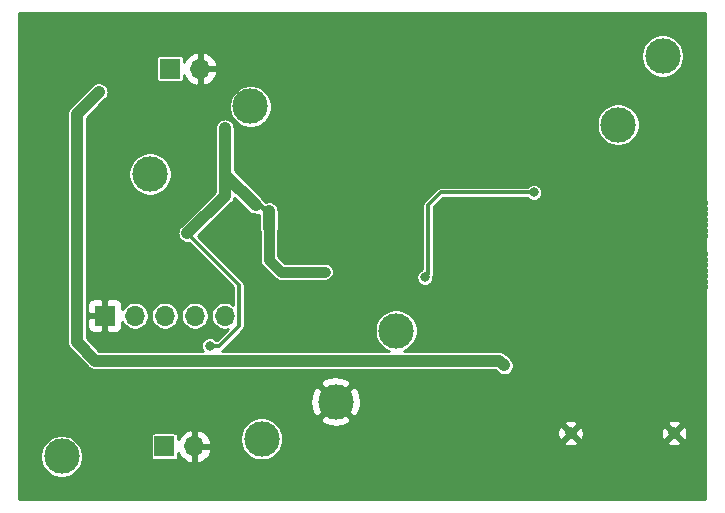
<source format=gbr>
%TF.GenerationSoftware,KiCad,Pcbnew,(5.1.8)-1*%
%TF.CreationDate,2021-01-16T00:45:47+01:00*%
%TF.ProjectId,Ka-band-Mixer,4b612d62-616e-4642-9d4d-697865722e6b,rev?*%
%TF.SameCoordinates,Original*%
%TF.FileFunction,Copper,L3,Inr*%
%TF.FilePolarity,Positive*%
%FSLAX46Y46*%
G04 Gerber Fmt 4.6, Leading zero omitted, Abs format (unit mm)*
G04 Created by KiCad (PCBNEW (5.1.8)-1) date 2021-01-16 00:45:47*
%MOMM*%
%LPD*%
G01*
G04 APERTURE LIST*
%TA.AperFunction,ComponentPad*%
%ADD10O,1.700000X1.700000*%
%TD*%
%TA.AperFunction,ComponentPad*%
%ADD11R,1.700000X1.700000*%
%TD*%
%TA.AperFunction,ComponentPad*%
%ADD12C,0.970000*%
%TD*%
%TA.AperFunction,ComponentPad*%
%ADD13C,0.600000*%
%TD*%
%TA.AperFunction,ComponentPad*%
%ADD14C,2.200000*%
%TD*%
%TA.AperFunction,ComponentPad*%
%ADD15C,0.500000*%
%TD*%
%TA.AperFunction,ComponentPad*%
%ADD16C,3.000000*%
%TD*%
%TA.AperFunction,ComponentPad*%
%ADD17C,0.800000*%
%TD*%
%TA.AperFunction,ViaPad*%
%ADD18C,3.000000*%
%TD*%
%TA.AperFunction,ViaPad*%
%ADD19C,0.800000*%
%TD*%
%TA.AperFunction,ViaPad*%
%ADD20C,0.600000*%
%TD*%
%TA.AperFunction,ViaPad*%
%ADD21C,0.500000*%
%TD*%
%TA.AperFunction,Conductor*%
%ADD22C,1.000000*%
%TD*%
%TA.AperFunction,Conductor*%
%ADD23C,0.300000*%
%TD*%
%TA.AperFunction,Conductor*%
%ADD24C,0.900000*%
%TD*%
%TA.AperFunction,Conductor*%
%ADD25C,0.440000*%
%TD*%
%TA.AperFunction,Conductor*%
%ADD26C,0.254000*%
%TD*%
%TA.AperFunction,Conductor*%
%ADD27C,0.100000*%
%TD*%
G04 APERTURE END LIST*
D10*
%TO.N,Net-(J1-Pad5)*%
%TO.C,J1*%
X107065000Y-105930000D03*
%TO.N,Net-(J1-Pad4)*%
X104525000Y-105930000D03*
%TO.N,Net-(J1-Pad3)*%
X101985000Y-105930000D03*
%TO.N,Net-(J1-Pad2)*%
X99445000Y-105930000D03*
D11*
%TO.N,0*%
X96905000Y-105930000D03*
%TD*%
D10*
%TO.N,0*%
%TO.C,J3*%
X104978200Y-85005600D03*
D11*
%TO.N,+6V*%
X102438200Y-85005600D03*
%TD*%
D10*
%TO.N,0*%
%TO.C,J2*%
X104500000Y-116995000D03*
D11*
%TO.N,+12V*%
X101960000Y-116995000D03*
%TD*%
D12*
%TO.N,0*%
%TO.C,J5*%
X145108440Y-115870420D03*
X136348440Y-115870420D03*
%TD*%
D13*
%TO.N,0*%
%TO.C,J4*%
X143010000Y-98745001D03*
X143010000Y-99215001D03*
X143480000Y-98745001D03*
X143480000Y-99215001D03*
X143950000Y-98745001D03*
X143950000Y-99215001D03*
X144420000Y-98745001D03*
X144420000Y-99215001D03*
X144890000Y-98745001D03*
X144890000Y-99215001D03*
X145360000Y-98745001D03*
X145360000Y-99215001D03*
X145830000Y-98275001D03*
X145830000Y-98745001D03*
X145830000Y-99215001D03*
X146300000Y-97805001D03*
X146300000Y-98275001D03*
X146300000Y-98745001D03*
X146300000Y-99215001D03*
X146770000Y-97335001D03*
X146770000Y-97805001D03*
X146770000Y-98275001D03*
X146770000Y-98745001D03*
X146770000Y-99215001D03*
X147240000Y-96865001D03*
X147240000Y-97335001D03*
X147240000Y-97805001D03*
X147240000Y-98275001D03*
X147240000Y-98745001D03*
X147240000Y-99215001D03*
X147710000Y-99215001D03*
X147710000Y-98745001D03*
X147710000Y-98275001D03*
X147710000Y-97805001D03*
X147710000Y-97335001D03*
X147710000Y-96865001D03*
X143010000Y-100710001D03*
X143010000Y-101180001D03*
X143480000Y-100710001D03*
X143480000Y-101180001D03*
X143950000Y-100710001D03*
X143950000Y-101180001D03*
X144420000Y-100710001D03*
X144420000Y-101180001D03*
X144890000Y-100710001D03*
X144890000Y-101180001D03*
X145360000Y-100710001D03*
X145360000Y-101180001D03*
X145830000Y-100710001D03*
X145830000Y-101180001D03*
X145830000Y-101650001D03*
X146300000Y-100710001D03*
X146300000Y-101180001D03*
X146300000Y-101650001D03*
X146300000Y-102120001D03*
X146770000Y-100710001D03*
X146770000Y-101180001D03*
X146770000Y-101650001D03*
X146770000Y-102120001D03*
X146770000Y-102590001D03*
X147240000Y-100710001D03*
X147240000Y-101180001D03*
X147240000Y-101650001D03*
X147240000Y-102120001D03*
X147240000Y-102590001D03*
X147240000Y-103060001D03*
X147710000Y-100710001D03*
X147710000Y-101180001D03*
X147710000Y-101650001D03*
X147710000Y-102120001D03*
X147710000Y-102590001D03*
X147710000Y-103060001D03*
X147710000Y-103530001D03*
X147710000Y-96395001D03*
D14*
X145530000Y-95205001D03*
X145530000Y-104720001D03*
%TD*%
D15*
%TO.N,0*%
%TO.C,U6*%
X134735000Y-101715000D03*
X133235000Y-101715000D03*
X132735000Y-101215000D03*
X133735000Y-101215000D03*
X134735000Y-101215000D03*
X135235000Y-100715000D03*
X134235000Y-100715000D03*
X133235000Y-100715000D03*
X132735000Y-100215000D03*
X133735000Y-100215000D03*
X134735000Y-100215000D03*
X134235000Y-99715000D03*
X133235000Y-99715000D03*
X134735000Y-99215000D03*
X135235000Y-99215000D03*
X133735000Y-99215000D03*
X132735000Y-99215000D03*
X132735000Y-98715000D03*
%TD*%
D16*
%TO.N,0*%
%TO.C,TP2*%
X116450000Y-113200000D03*
%TD*%
D15*
%TO.N,0*%
%TO.C,U7*%
X141230000Y-99460000D03*
X141230000Y-100460000D03*
X140230000Y-100460000D03*
X140230000Y-99460000D03*
X141580000Y-99110000D03*
X141580000Y-100810000D03*
X139880000Y-100810000D03*
X139880000Y-99110000D03*
X141230000Y-99960000D03*
X140730000Y-100460000D03*
X140730000Y-99460000D03*
X140230000Y-99960000D03*
X140730000Y-99960000D03*
%TD*%
D17*
%TO.N,0*%
%TO.C,U1*%
X109585000Y-100195000D03*
X109585000Y-97695000D03*
X107085000Y-97695000D03*
X107085000Y-100195000D03*
X107085000Y-98945000D03*
X108335000Y-97695000D03*
X109585000Y-98945000D03*
X108335000Y-100195000D03*
X108335000Y-98945000D03*
%TD*%
D16*
%TO.N,+3V3*%
%TO.C,TP6*%
X109235000Y-88215000D03*
%TD*%
%TO.N,+5VD*%
%TO.C,TP5*%
X121574560Y-107199080D03*
%TD*%
%TO.N,+5VA*%
%TO.C,TP4*%
X140370000Y-89760000D03*
%TD*%
%TO.N,+9V*%
%TO.C,TP3*%
X110180120Y-116363400D03*
%TD*%
%TO.N,Net-(R2-Pad1)*%
%TO.C,TP1*%
X100736400Y-93935200D03*
%TD*%
D18*
%TO.N,*%
X144130000Y-83940000D03*
X93250000Y-117850000D03*
D19*
%TO.N,+3V3*%
X115535000Y-102215000D03*
X107065000Y-90055000D03*
X103890000Y-98945000D03*
X105795000Y-108455000D03*
%TO.N,CPout*%
X133235000Y-95480001D03*
X124010000Y-102680001D03*
%TO.N,0*%
X113010000Y-92680001D03*
D20*
X142760000Y-101680001D03*
X140670000Y-97800000D03*
X141140000Y-97800000D03*
D19*
X145108440Y-119080000D03*
X136348440Y-119080000D03*
D20*
X138790000Y-100705001D03*
X138790000Y-99210000D03*
X130100000Y-98760000D03*
X129630000Y-98760000D03*
X129160000Y-98760000D03*
D21*
X136085000Y-103250000D03*
X135285000Y-104000000D03*
D20*
X136900000Y-99210000D03*
X136910000Y-100705001D03*
X137380000Y-100705001D03*
X136910000Y-101175001D03*
X137380000Y-101175001D03*
X137850000Y-101175001D03*
X137850000Y-100705001D03*
X137840000Y-99210000D03*
X137370000Y-99210000D03*
X137840000Y-98740000D03*
X137370000Y-98740000D03*
X136900000Y-98740000D03*
X138320000Y-101175001D03*
X138320000Y-100705001D03*
X138310000Y-99210000D03*
X138310000Y-98740000D03*
X138790000Y-101175001D03*
X138790000Y-98740000D03*
X140000000Y-102450000D03*
X140000000Y-102920000D03*
X140000000Y-103390000D03*
X140000000Y-103860000D03*
X140000000Y-104330000D03*
X140000000Y-104800000D03*
X140000000Y-105270000D03*
X140000000Y-105740000D03*
X140000000Y-106210000D03*
X140000000Y-106680000D03*
X140000000Y-107620000D03*
X140000000Y-106680000D03*
X140000000Y-107150000D03*
X140000000Y-108090000D03*
X140000000Y-109030000D03*
X140000000Y-108560000D03*
X140000000Y-109500000D03*
X140000000Y-109970000D03*
X140000000Y-110440000D03*
X140000000Y-110910000D03*
X140000000Y-111380000D03*
X140000000Y-111850000D03*
X140000000Y-112320000D03*
X140000000Y-112790000D03*
X140000000Y-113260000D03*
X140000000Y-113730000D03*
X140000000Y-114200000D03*
X140000000Y-114670000D03*
X140000000Y-115610000D03*
X140000000Y-115140000D03*
X140000000Y-116080000D03*
X139530000Y-116080000D03*
X139530000Y-115610000D03*
X139530000Y-115140000D03*
X139530000Y-114670000D03*
X139530000Y-114200000D03*
X139530000Y-113260000D03*
X139530000Y-113730000D03*
X139530000Y-112790000D03*
X139530000Y-112320000D03*
X139530000Y-111850000D03*
X139530000Y-111380000D03*
X139530000Y-110910000D03*
X139530000Y-110440000D03*
X139530000Y-109500000D03*
X139530000Y-109970000D03*
X139530000Y-109030000D03*
X139530000Y-108560000D03*
X139530000Y-108090000D03*
X139530000Y-107620000D03*
X139530000Y-107150000D03*
X139530000Y-106680000D03*
X139530000Y-106210000D03*
X139530000Y-105740000D03*
X139530000Y-105270000D03*
X139530000Y-104800000D03*
X139530000Y-103860000D03*
X139530000Y-104330000D03*
X139530000Y-103390000D03*
X139530000Y-102920000D03*
X139530000Y-102450000D03*
X141460000Y-102450000D03*
X141930000Y-102450000D03*
X141460000Y-102920000D03*
X141460000Y-103390000D03*
X141460000Y-103860000D03*
X141460000Y-104330000D03*
X141460000Y-116080000D03*
X141930000Y-116080000D03*
X141460000Y-115610000D03*
X141460000Y-115140000D03*
X141460000Y-114670000D03*
X141460000Y-114200000D03*
X141460000Y-113730000D03*
X141460000Y-113260000D03*
X141460000Y-112790000D03*
X141460000Y-111850000D03*
X141460000Y-112320000D03*
X141460000Y-111380000D03*
X141460000Y-110440000D03*
X141460000Y-110910000D03*
X141460000Y-109970000D03*
X141460000Y-109500000D03*
X141460000Y-109030000D03*
X141460000Y-108560000D03*
X141460000Y-107620000D03*
X141460000Y-108090000D03*
X141460000Y-106680000D03*
X141460000Y-107150000D03*
X141460000Y-106210000D03*
X141460000Y-105740000D03*
X141460000Y-105270000D03*
X141460000Y-104800000D03*
X141930000Y-102920000D03*
X141930000Y-103390000D03*
X141930000Y-103860000D03*
X141930000Y-104330000D03*
X141930000Y-104800000D03*
X141930000Y-105270000D03*
X141930000Y-105740000D03*
X141930000Y-106210000D03*
X141930000Y-106680000D03*
X141930000Y-107150000D03*
X141930000Y-108090000D03*
X141930000Y-107620000D03*
X141930000Y-108560000D03*
X141930000Y-109030000D03*
X141930000Y-109500000D03*
X141930000Y-109970000D03*
X141930000Y-110440000D03*
X141930000Y-110910000D03*
X141930000Y-111380000D03*
X141930000Y-112320000D03*
X141930000Y-111850000D03*
X141930000Y-112790000D03*
X141930000Y-113260000D03*
X141930000Y-113730000D03*
X141930000Y-114200000D03*
X141930000Y-114670000D03*
X141930000Y-115140000D03*
X141930000Y-115610000D03*
D21*
X131885000Y-103250000D03*
X132635000Y-104000000D03*
D20*
X130570000Y-98760000D03*
X130570000Y-98290000D03*
X130100000Y-98290000D03*
X129630000Y-98290000D03*
X129160000Y-98290000D03*
X128690000Y-98290000D03*
X128690000Y-97820000D03*
X128220000Y-97820000D03*
X128220000Y-97350000D03*
X127750000Y-97350000D03*
X127280000Y-97350000D03*
X126810000Y-97350000D03*
X126340000Y-97350000D03*
X125870000Y-97350000D03*
X125870000Y-97350000D03*
X125400000Y-97350000D03*
X124930000Y-97350000D03*
X124930000Y-96880000D03*
X125400000Y-96880000D03*
X125870000Y-96880000D03*
X125870000Y-96880000D03*
X126340000Y-96880000D03*
X126810000Y-96880000D03*
X127280000Y-96880000D03*
X127750000Y-96880000D03*
X123520000Y-97350000D03*
X123520000Y-96880000D03*
X123050000Y-97350000D03*
X122580000Y-97350000D03*
X122110000Y-97350000D03*
X121640000Y-97350000D03*
X121640000Y-96880000D03*
X122110000Y-96880000D03*
X122580000Y-96880000D03*
X123050000Y-96880000D03*
X121170000Y-97350000D03*
X120700000Y-97350000D03*
X121170000Y-96880000D03*
X120700000Y-96880000D03*
X120230000Y-97350000D03*
X119760000Y-97350000D03*
X120230000Y-96880000D03*
X119760000Y-96880000D03*
X119290000Y-97350000D03*
X118820000Y-97350000D03*
X118350000Y-97350000D03*
X117880000Y-97350000D03*
X117410000Y-97350000D03*
X116940000Y-97350000D03*
X116470000Y-97350000D03*
X116000000Y-97350000D03*
X116000000Y-96880000D03*
X116470000Y-96880000D03*
X116940000Y-96880000D03*
X117410000Y-96880000D03*
X117880000Y-96880000D03*
X118350000Y-96880000D03*
X118820000Y-96880000D03*
X119290000Y-96880000D03*
X115530000Y-97350000D03*
X115060000Y-97350000D03*
X114590000Y-97350000D03*
X114120000Y-97350000D03*
X113650000Y-97350000D03*
X113180000Y-97350000D03*
X113180000Y-96880000D03*
X113650000Y-96880000D03*
X114120000Y-96880000D03*
X114590000Y-96880000D03*
X115060000Y-96880000D03*
X115530000Y-96880000D03*
X112240000Y-95940000D03*
X126810000Y-98960000D03*
X127280000Y-99430000D03*
X127750000Y-99900000D03*
X128220000Y-100370000D03*
X128690000Y-100370000D03*
X129160000Y-100370000D03*
X129630000Y-100370000D03*
X129630000Y-100840000D03*
X129160000Y-100840000D03*
X128690000Y-100840000D03*
X128220000Y-100840000D03*
X127750000Y-100370000D03*
X127280000Y-99900000D03*
X126810000Y-99430000D03*
X126340000Y-98960000D03*
X126340000Y-99430000D03*
X124930000Y-98960000D03*
X124930000Y-99430000D03*
X125400000Y-99430000D03*
X125400000Y-98960000D03*
X125870000Y-98960000D03*
X125870000Y-99430000D03*
X123520000Y-98960000D03*
X123050000Y-98960000D03*
X122580000Y-98960000D03*
X122110000Y-98960000D03*
X121640000Y-98960000D03*
X121170000Y-98960000D03*
X120700000Y-98960000D03*
X120230000Y-98960000D03*
X119760000Y-98960000D03*
X119290000Y-98960000D03*
X118817460Y-99009200D03*
X118347460Y-99009200D03*
X117877460Y-99009200D03*
X117407460Y-99009200D03*
X116937460Y-99009200D03*
X116470000Y-98960000D03*
X116000000Y-98960000D03*
X113180000Y-98960000D03*
X113650000Y-98960000D03*
X114120000Y-98960000D03*
X114590000Y-98960000D03*
X115060000Y-98960000D03*
X115530000Y-98960000D03*
X113180000Y-99430000D03*
X113650000Y-99430000D03*
X114120000Y-99430000D03*
X114590000Y-99430000D03*
X115060000Y-99430000D03*
X115530000Y-99430000D03*
X116000000Y-99430000D03*
X116470000Y-99430000D03*
X116937460Y-99479200D03*
X117407460Y-99479200D03*
X117877460Y-99479200D03*
X118347460Y-99479200D03*
X118817460Y-99479200D03*
X119290000Y-99430000D03*
X120230000Y-99430000D03*
X119760000Y-99430000D03*
X120700000Y-99430000D03*
X121170000Y-99430000D03*
X121640000Y-99430000D03*
X122110000Y-99430000D03*
X122580000Y-99430000D03*
X123050000Y-99430000D03*
X123520000Y-99430000D03*
D19*
X129735000Y-94215000D03*
X121159897Y-104357741D03*
X102235000Y-111215000D03*
X131102500Y-86347500D03*
X97235000Y-93215000D03*
X124735000Y-112715000D03*
D21*
X128485000Y-102965000D03*
X129485000Y-103965000D03*
X130485000Y-102965000D03*
X131772500Y-102177500D03*
X135665000Y-95105000D03*
X136645000Y-96025000D03*
X136685000Y-97045000D03*
D19*
X111565000Y-104635000D03*
X103275000Y-99985000D03*
X104565000Y-94375000D03*
X110690000Y-95975001D03*
D20*
X139060000Y-116550000D03*
X139060000Y-117020000D03*
X139060000Y-117490000D03*
X139060000Y-117960000D03*
X139060000Y-118430000D03*
X139060000Y-118900000D03*
X139060000Y-119370000D03*
X139060000Y-119840000D03*
X139060000Y-120310000D03*
X139060000Y-120780000D03*
X139060000Y-121250000D03*
X138590000Y-121250000D03*
X138590000Y-120780000D03*
X138590000Y-120310000D03*
X138590000Y-119840000D03*
X138590000Y-119370000D03*
X138590000Y-118900000D03*
X138590000Y-118430000D03*
X138590000Y-117960000D03*
X138590000Y-117490000D03*
X138590000Y-117020000D03*
X138590000Y-116550000D03*
X139060000Y-116080000D03*
X142400000Y-116080000D03*
X142400000Y-116550000D03*
X142870000Y-116550000D03*
X142400000Y-121250000D03*
X142400000Y-120780000D03*
X142400000Y-120310000D03*
X142400000Y-119840000D03*
X142400000Y-119370000D03*
X142400000Y-118900000D03*
X142400000Y-118430000D03*
X142400000Y-117960000D03*
X142400000Y-117490000D03*
X142400000Y-117020000D03*
X142870000Y-117020000D03*
X142870000Y-117490000D03*
X142870000Y-117960000D03*
X142870000Y-118430000D03*
X142870000Y-118900000D03*
X142870000Y-119370000D03*
X142870000Y-120310000D03*
X142870000Y-119840000D03*
X142870000Y-121250000D03*
X142870000Y-120780000D03*
X139260000Y-98270000D03*
X139730000Y-97800000D03*
X140200000Y-97800000D03*
X141610000Y-97800000D03*
X142080000Y-98270000D03*
X142520000Y-98740000D03*
X138790000Y-101675001D03*
X139040000Y-102175001D03*
X142510000Y-102180001D03*
D19*
X114560000Y-100230001D03*
D21*
X112287800Y-96516040D03*
X112623080Y-96907200D03*
X112602760Y-99538640D03*
D19*
%TO.N,+6V*%
X96393000Y-86999500D03*
X130720000Y-110145000D03*
%TD*%
D22*
%TO.N,+3V3*%
X107065000Y-90055000D02*
X107065000Y-95770000D01*
X107065000Y-95770000D02*
X103890000Y-98945000D01*
X103890000Y-98945000D02*
X103890000Y-98945000D01*
X103890000Y-98945000D02*
X103890000Y-98945000D01*
D23*
X108265001Y-103320001D02*
X103890000Y-98945000D01*
X108265001Y-106826684D02*
X108265001Y-103320001D01*
X106610685Y-108481000D02*
X108265001Y-106826684D01*
X106045000Y-108481000D02*
X106610685Y-108481000D01*
D22*
X107065000Y-90055000D02*
X107065000Y-94721002D01*
D24*
X107065000Y-90055000D02*
X107065000Y-93904003D01*
D25*
X107065000Y-93563603D02*
X107065000Y-90055000D01*
X110490000Y-96988603D02*
X107065000Y-93563603D01*
X110490000Y-97735685D02*
X110490000Y-96988603D01*
X115535000Y-102215000D02*
X114969315Y-102215000D01*
D22*
X107065000Y-93978003D02*
X109681996Y-96594999D01*
X107065000Y-90055000D02*
X107065000Y-93978003D01*
X110800000Y-98530002D02*
X110800000Y-97075002D01*
D24*
X110800000Y-98530002D02*
X110800000Y-101195360D01*
X111819640Y-102215000D02*
X115535000Y-102215000D01*
X110800000Y-101195360D02*
X111819640Y-102215000D01*
D23*
%TO.N,CPout*%
X125441997Y-95480001D02*
X133235000Y-95480001D01*
X125367997Y-95480001D02*
X125441997Y-95480001D01*
X124279999Y-96567999D02*
X125367997Y-95480001D01*
X124279999Y-102410002D02*
X124279999Y-96567999D01*
X124010000Y-102680001D02*
X124279999Y-102410002D01*
D22*
%TO.N,+6V*%
X96393000Y-86999500D02*
X96393000Y-86999500D01*
X130315000Y-109740000D02*
X130720000Y-110145000D01*
X96116600Y-109740000D02*
X130315000Y-109740000D01*
X94536000Y-108159400D02*
X96116600Y-109740000D01*
X94536000Y-88856500D02*
X94536000Y-108159400D01*
X96393000Y-86999500D02*
X94536000Y-88856500D01*
%TD*%
D26*
%TO.N,0*%
X147753001Y-121473000D02*
X89627000Y-121473000D01*
X89627000Y-117670056D01*
X91423000Y-117670056D01*
X91423000Y-118029944D01*
X91493211Y-118382916D01*
X91630934Y-118715409D01*
X91830876Y-119014645D01*
X92085355Y-119269124D01*
X92384591Y-119469066D01*
X92717084Y-119606789D01*
X93070056Y-119677000D01*
X93429944Y-119677000D01*
X93782916Y-119606789D01*
X94115409Y-119469066D01*
X94414645Y-119269124D01*
X94669124Y-119014645D01*
X94869066Y-118715409D01*
X95006789Y-118382916D01*
X95077000Y-118029944D01*
X95077000Y-117670056D01*
X95006789Y-117317084D01*
X94869066Y-116984591D01*
X94669124Y-116685355D01*
X94414645Y-116430876D01*
X94115409Y-116230934D01*
X93907946Y-116145000D01*
X100781418Y-116145000D01*
X100781418Y-117845000D01*
X100787732Y-117909103D01*
X100806430Y-117970743D01*
X100836794Y-118027550D01*
X100877657Y-118077343D01*
X100927450Y-118118206D01*
X100984257Y-118148570D01*
X101045897Y-118167268D01*
X101110000Y-118173582D01*
X102810000Y-118173582D01*
X102874103Y-118167268D01*
X102935743Y-118148570D01*
X102992550Y-118118206D01*
X103042343Y-118077343D01*
X103083206Y-118027550D01*
X103113570Y-117970743D01*
X103132268Y-117909103D01*
X103138582Y-117845000D01*
X103138582Y-117577592D01*
X103155843Y-117626252D01*
X103304822Y-117876355D01*
X103499731Y-118092588D01*
X103733080Y-118266641D01*
X103995901Y-118391825D01*
X104143110Y-118436476D01*
X104373000Y-118315155D01*
X104373000Y-117122000D01*
X104627000Y-117122000D01*
X104627000Y-118315155D01*
X104856890Y-118436476D01*
X105004099Y-118391825D01*
X105266920Y-118266641D01*
X105500269Y-118092588D01*
X105695178Y-117876355D01*
X105844157Y-117626252D01*
X105941481Y-117351891D01*
X105820814Y-117122000D01*
X104627000Y-117122000D01*
X104373000Y-117122000D01*
X104353000Y-117122000D01*
X104353000Y-116868000D01*
X104373000Y-116868000D01*
X104373000Y-115674845D01*
X104627000Y-115674845D01*
X104627000Y-116868000D01*
X105820814Y-116868000D01*
X105941481Y-116638109D01*
X105844157Y-116363748D01*
X105736763Y-116183456D01*
X108353120Y-116183456D01*
X108353120Y-116543344D01*
X108423331Y-116896316D01*
X108561054Y-117228809D01*
X108760996Y-117528045D01*
X109015475Y-117782524D01*
X109314711Y-117982466D01*
X109647204Y-118120189D01*
X110000176Y-118190400D01*
X110360064Y-118190400D01*
X110713036Y-118120189D01*
X111045529Y-117982466D01*
X111344765Y-117782524D01*
X111599244Y-117528045D01*
X111799186Y-117228809D01*
X111936909Y-116896316D01*
X111988324Y-116637836D01*
X135760629Y-116637836D01*
X135793906Y-116849736D01*
X135995616Y-116939103D01*
X136210885Y-116987401D01*
X136431441Y-116992775D01*
X136648807Y-116955016D01*
X136854629Y-116875578D01*
X136902974Y-116849736D01*
X136936251Y-116637836D01*
X144520629Y-116637836D01*
X144553906Y-116849736D01*
X144755616Y-116939103D01*
X144970885Y-116987401D01*
X145191441Y-116992775D01*
X145408807Y-116955016D01*
X145614629Y-116875578D01*
X145662974Y-116849736D01*
X145696251Y-116637836D01*
X145108440Y-116050025D01*
X144520629Y-116637836D01*
X136936251Y-116637836D01*
X136348440Y-116050025D01*
X135760629Y-116637836D01*
X111988324Y-116637836D01*
X112007120Y-116543344D01*
X112007120Y-116183456D01*
X111961363Y-115953421D01*
X135226085Y-115953421D01*
X135263844Y-116170787D01*
X135343282Y-116376609D01*
X135369124Y-116424954D01*
X135581024Y-116458231D01*
X136168835Y-115870420D01*
X136528045Y-115870420D01*
X137115856Y-116458231D01*
X137327756Y-116424954D01*
X137417123Y-116223244D01*
X137465421Y-116007975D01*
X137466750Y-115953421D01*
X143986085Y-115953421D01*
X144023844Y-116170787D01*
X144103282Y-116376609D01*
X144129124Y-116424954D01*
X144341024Y-116458231D01*
X144928835Y-115870420D01*
X145288045Y-115870420D01*
X145875856Y-116458231D01*
X146087756Y-116424954D01*
X146177123Y-116223244D01*
X146225421Y-116007975D01*
X146230795Y-115787419D01*
X146193036Y-115570053D01*
X146113598Y-115364231D01*
X146087756Y-115315886D01*
X145875856Y-115282609D01*
X145288045Y-115870420D01*
X144928835Y-115870420D01*
X144341024Y-115282609D01*
X144129124Y-115315886D01*
X144039757Y-115517596D01*
X143991459Y-115732865D01*
X143986085Y-115953421D01*
X137466750Y-115953421D01*
X137470795Y-115787419D01*
X137433036Y-115570053D01*
X137353598Y-115364231D01*
X137327756Y-115315886D01*
X137115856Y-115282609D01*
X136528045Y-115870420D01*
X136168835Y-115870420D01*
X135581024Y-115282609D01*
X135369124Y-115315886D01*
X135279757Y-115517596D01*
X135231459Y-115732865D01*
X135226085Y-115953421D01*
X111961363Y-115953421D01*
X111936909Y-115830484D01*
X111799186Y-115497991D01*
X111599244Y-115198755D01*
X111344765Y-114944276D01*
X111045529Y-114744334D01*
X110918346Y-114691653D01*
X115137952Y-114691653D01*
X115293962Y-115007214D01*
X115668745Y-115198020D01*
X116073551Y-115312044D01*
X116492824Y-115344902D01*
X116910451Y-115295334D01*
X117310383Y-115165243D01*
X117426825Y-115103004D01*
X135760629Y-115103004D01*
X136348440Y-115690815D01*
X136936251Y-115103004D01*
X144520629Y-115103004D01*
X145108440Y-115690815D01*
X145696251Y-115103004D01*
X145662974Y-114891104D01*
X145461264Y-114801737D01*
X145245995Y-114753439D01*
X145025439Y-114748065D01*
X144808073Y-114785824D01*
X144602251Y-114865262D01*
X144553906Y-114891104D01*
X144520629Y-115103004D01*
X136936251Y-115103004D01*
X136902974Y-114891104D01*
X136701264Y-114801737D01*
X136485995Y-114753439D01*
X136265439Y-114748065D01*
X136048073Y-114785824D01*
X135842251Y-114865262D01*
X135793906Y-114891104D01*
X135760629Y-115103004D01*
X117426825Y-115103004D01*
X117606038Y-115007214D01*
X117762048Y-114691653D01*
X116450000Y-113379605D01*
X115137952Y-114691653D01*
X110918346Y-114691653D01*
X110713036Y-114606611D01*
X110360064Y-114536400D01*
X110000176Y-114536400D01*
X109647204Y-114606611D01*
X109314711Y-114744334D01*
X109015475Y-114944276D01*
X108760996Y-115198755D01*
X108561054Y-115497991D01*
X108423331Y-115830484D01*
X108353120Y-116183456D01*
X105736763Y-116183456D01*
X105695178Y-116113645D01*
X105500269Y-115897412D01*
X105266920Y-115723359D01*
X105004099Y-115598175D01*
X104856890Y-115553524D01*
X104627000Y-115674845D01*
X104373000Y-115674845D01*
X104143110Y-115553524D01*
X103995901Y-115598175D01*
X103733080Y-115723359D01*
X103499731Y-115897412D01*
X103304822Y-116113645D01*
X103155843Y-116363748D01*
X103138582Y-116412408D01*
X103138582Y-116145000D01*
X103132268Y-116080897D01*
X103113570Y-116019257D01*
X103083206Y-115962450D01*
X103042343Y-115912657D01*
X102992550Y-115871794D01*
X102935743Y-115841430D01*
X102874103Y-115822732D01*
X102810000Y-115816418D01*
X101110000Y-115816418D01*
X101045897Y-115822732D01*
X100984257Y-115841430D01*
X100927450Y-115871794D01*
X100877657Y-115912657D01*
X100836794Y-115962450D01*
X100806430Y-116019257D01*
X100787732Y-116080897D01*
X100781418Y-116145000D01*
X93907946Y-116145000D01*
X93782916Y-116093211D01*
X93429944Y-116023000D01*
X93070056Y-116023000D01*
X92717084Y-116093211D01*
X92384591Y-116230934D01*
X92085355Y-116430876D01*
X91830876Y-116685355D01*
X91630934Y-116984591D01*
X91493211Y-117317084D01*
X91423000Y-117670056D01*
X89627000Y-117670056D01*
X89627000Y-113242824D01*
X114305098Y-113242824D01*
X114354666Y-113660451D01*
X114484757Y-114060383D01*
X114642786Y-114356038D01*
X114958347Y-114512048D01*
X116270395Y-113200000D01*
X116629605Y-113200000D01*
X117941653Y-114512048D01*
X118257214Y-114356038D01*
X118448020Y-113981255D01*
X118562044Y-113576449D01*
X118594902Y-113157176D01*
X118545334Y-112739549D01*
X118415243Y-112339617D01*
X118257214Y-112043962D01*
X117941653Y-111887952D01*
X116629605Y-113200000D01*
X116270395Y-113200000D01*
X114958347Y-111887952D01*
X114642786Y-112043962D01*
X114451980Y-112418745D01*
X114337956Y-112823551D01*
X114305098Y-113242824D01*
X89627000Y-113242824D01*
X89627000Y-111708347D01*
X115137952Y-111708347D01*
X116450000Y-113020395D01*
X117762048Y-111708347D01*
X117606038Y-111392786D01*
X117231255Y-111201980D01*
X116826449Y-111087956D01*
X116407176Y-111055098D01*
X115989549Y-111104666D01*
X115589617Y-111234757D01*
X115293962Y-111392786D01*
X115137952Y-111708347D01*
X89627000Y-111708347D01*
X89627000Y-88856500D01*
X93705000Y-88856500D01*
X93709000Y-88897114D01*
X93709001Y-108118776D01*
X93705000Y-108159400D01*
X93720967Y-108321520D01*
X93768256Y-108477410D01*
X93845048Y-108621079D01*
X93922498Y-108715451D01*
X93948395Y-108747006D01*
X93979948Y-108772901D01*
X95503097Y-110296051D01*
X95528994Y-110327606D01*
X95560547Y-110353501D01*
X95560548Y-110353502D01*
X95654920Y-110430952D01*
X95714897Y-110463010D01*
X95798590Y-110507745D01*
X95954480Y-110555034D01*
X96075976Y-110567000D01*
X96075986Y-110567000D01*
X96116600Y-110571000D01*
X96157214Y-110567000D01*
X129972446Y-110567000D01*
X130163948Y-110758502D01*
X130258320Y-110835951D01*
X130401988Y-110912744D01*
X130557879Y-110960032D01*
X130719999Y-110976000D01*
X130882120Y-110960032D01*
X131038010Y-110912744D01*
X131181679Y-110835951D01*
X131307606Y-110732606D01*
X131410951Y-110606679D01*
X131487744Y-110463010D01*
X131535032Y-110307120D01*
X131551000Y-110144999D01*
X131535032Y-109982879D01*
X131487744Y-109826988D01*
X131410951Y-109683320D01*
X131333502Y-109588948D01*
X130928505Y-109183952D01*
X130902606Y-109152394D01*
X130776679Y-109049048D01*
X130633010Y-108972255D01*
X130477120Y-108924966D01*
X130355624Y-108913000D01*
X130355614Y-108913000D01*
X130315000Y-108909000D01*
X130274386Y-108913000D01*
X122210971Y-108913000D01*
X122439969Y-108818146D01*
X122739205Y-108618204D01*
X122993684Y-108363725D01*
X123193626Y-108064489D01*
X123331349Y-107731996D01*
X123401560Y-107379024D01*
X123401560Y-107019136D01*
X123331349Y-106666164D01*
X123193626Y-106333671D01*
X122993684Y-106034435D01*
X122739205Y-105779956D01*
X122439969Y-105580014D01*
X122107476Y-105442291D01*
X121754504Y-105372080D01*
X121394616Y-105372080D01*
X121041644Y-105442291D01*
X120709151Y-105580014D01*
X120409915Y-105779956D01*
X120155436Y-106034435D01*
X119955494Y-106333671D01*
X119817771Y-106666164D01*
X119747560Y-107019136D01*
X119747560Y-107379024D01*
X119817771Y-107731996D01*
X119955494Y-108064489D01*
X120155436Y-108363725D01*
X120409915Y-108618204D01*
X120709151Y-108818146D01*
X120938149Y-108913000D01*
X106814354Y-108913000D01*
X106876974Y-108879529D01*
X106949606Y-108819921D01*
X106964540Y-108801724D01*
X108585730Y-107180535D01*
X108603922Y-107165605D01*
X108663530Y-107092973D01*
X108707823Y-107010107D01*
X108735098Y-106920192D01*
X108742001Y-106850107D01*
X108742001Y-106850100D01*
X108744307Y-106826685D01*
X108742001Y-106803270D01*
X108742001Y-103343416D01*
X108744307Y-103320001D01*
X108742001Y-103296586D01*
X108742001Y-103296578D01*
X108735098Y-103226493D01*
X108707823Y-103136578D01*
X108663530Y-103053712D01*
X108647232Y-103033853D01*
X108618853Y-102999273D01*
X108618851Y-102999271D01*
X108603922Y-102981080D01*
X108585730Y-102966151D01*
X104812066Y-99192487D01*
X107621053Y-96383501D01*
X107652606Y-96357606D01*
X107732736Y-96259968D01*
X107755952Y-96231680D01*
X107813369Y-96124260D01*
X107832745Y-96088010D01*
X107872942Y-95955499D01*
X109125944Y-97208501D01*
X109220315Y-97285951D01*
X109363985Y-97362743D01*
X109519875Y-97410032D01*
X109681995Y-97425999D01*
X109844116Y-97410032D01*
X109943000Y-97380036D01*
X109943000Y-97762550D01*
X109950915Y-97842915D01*
X109973000Y-97915720D01*
X109973000Y-98570625D01*
X109984966Y-98692121D01*
X110023000Y-98817502D01*
X110023001Y-101157187D01*
X110019241Y-101195360D01*
X110034244Y-101347678D01*
X110078673Y-101494143D01*
X110150823Y-101629126D01*
X110214891Y-101707193D01*
X110247921Y-101747440D01*
X110277565Y-101771768D01*
X111243232Y-102737436D01*
X111267560Y-102767080D01*
X111297204Y-102791408D01*
X111297205Y-102791409D01*
X111357260Y-102840694D01*
X111385874Y-102864177D01*
X111520856Y-102936327D01*
X111667321Y-102980757D01*
X111781474Y-102992000D01*
X111781476Y-102992000D01*
X111819640Y-102995759D01*
X111857803Y-102992000D01*
X115573166Y-102992000D01*
X115687319Y-102980757D01*
X115833784Y-102936327D01*
X115968766Y-102864177D01*
X116087080Y-102767080D01*
X116184177Y-102648766D01*
X116205754Y-102608398D01*
X123283000Y-102608398D01*
X123283000Y-102751604D01*
X123310938Y-102892059D01*
X123365741Y-103024365D01*
X123445302Y-103143437D01*
X123546564Y-103244699D01*
X123665636Y-103324260D01*
X123797942Y-103379063D01*
X123938397Y-103407001D01*
X124081603Y-103407001D01*
X124222058Y-103379063D01*
X124354364Y-103324260D01*
X124473436Y-103244699D01*
X124574698Y-103143437D01*
X124654259Y-103024365D01*
X124709062Y-102892059D01*
X124737000Y-102751604D01*
X124737000Y-102608398D01*
X124729586Y-102571124D01*
X124750096Y-102503510D01*
X124756999Y-102433425D01*
X124756999Y-102433418D01*
X124759305Y-102410003D01*
X124756999Y-102386588D01*
X124756999Y-96765578D01*
X125565577Y-95957001D01*
X132683866Y-95957001D01*
X132771564Y-96044699D01*
X132890636Y-96124260D01*
X133022942Y-96179063D01*
X133163397Y-96207001D01*
X133306603Y-96207001D01*
X133447058Y-96179063D01*
X133579364Y-96124260D01*
X133698436Y-96044699D01*
X133799698Y-95943437D01*
X133879259Y-95824365D01*
X133934062Y-95692059D01*
X133962000Y-95551604D01*
X133962000Y-95408398D01*
X133934062Y-95267943D01*
X133879259Y-95135637D01*
X133799698Y-95016565D01*
X133698436Y-94915303D01*
X133579364Y-94835742D01*
X133447058Y-94780939D01*
X133306603Y-94753001D01*
X133163397Y-94753001D01*
X133022942Y-94780939D01*
X132890636Y-94835742D01*
X132771564Y-94915303D01*
X132683866Y-95003001D01*
X125391420Y-95003001D01*
X125367997Y-95000694D01*
X125274489Y-95009904D01*
X125184574Y-95037179D01*
X125101708Y-95081472D01*
X125079321Y-95099845D01*
X125029076Y-95141080D01*
X125014146Y-95159272D01*
X123959270Y-96214149D01*
X123941079Y-96229078D01*
X123881471Y-96301710D01*
X123868460Y-96326052D01*
X123837177Y-96384577D01*
X123809902Y-96474492D01*
X123800693Y-96567999D01*
X123803000Y-96591424D01*
X123802999Y-101979933D01*
X123797942Y-101980939D01*
X123665636Y-102035742D01*
X123546564Y-102115303D01*
X123445302Y-102216565D01*
X123365741Y-102335637D01*
X123310938Y-102467943D01*
X123283000Y-102608398D01*
X116205754Y-102608398D01*
X116256327Y-102513784D01*
X116300757Y-102367319D01*
X116315759Y-102215000D01*
X116300757Y-102062681D01*
X116256327Y-101916216D01*
X116184177Y-101781234D01*
X116087080Y-101662920D01*
X115968766Y-101565823D01*
X115833784Y-101493673D01*
X115687319Y-101449243D01*
X115573166Y-101438000D01*
X112141484Y-101438000D01*
X111577000Y-100873517D01*
X111577000Y-98817503D01*
X111615034Y-98692122D01*
X111627000Y-98570626D01*
X111627000Y-97034378D01*
X111615034Y-96912882D01*
X111567745Y-96756992D01*
X111490952Y-96613323D01*
X111387606Y-96487396D01*
X111261679Y-96384050D01*
X111118010Y-96307257D01*
X110962120Y-96259968D01*
X110800000Y-96244001D01*
X110637881Y-96259968D01*
X110558899Y-96283927D01*
X107892000Y-93617029D01*
X107892000Y-90014376D01*
X107880034Y-89892880D01*
X107832745Y-89736990D01*
X107755952Y-89593321D01*
X107652606Y-89467394D01*
X107526678Y-89364048D01*
X107383009Y-89287255D01*
X107227119Y-89239966D01*
X107065000Y-89223999D01*
X106902880Y-89239966D01*
X106746990Y-89287255D01*
X106603321Y-89364048D01*
X106477394Y-89467394D01*
X106374048Y-89593322D01*
X106297255Y-89736991D01*
X106249966Y-89892881D01*
X106238000Y-90014377D01*
X106238001Y-93937382D01*
X106234000Y-93978003D01*
X106238001Y-94018624D01*
X106238001Y-95427445D01*
X103333952Y-98331495D01*
X103302394Y-98357394D01*
X103199048Y-98483321D01*
X103122255Y-98626990D01*
X103074966Y-98782880D01*
X103058999Y-98945000D01*
X103074966Y-99107120D01*
X103122255Y-99263010D01*
X103199048Y-99406679D01*
X103302394Y-99532606D01*
X103428321Y-99635952D01*
X103571990Y-99712745D01*
X103727880Y-99760034D01*
X103849376Y-99772000D01*
X103849386Y-99772000D01*
X103890000Y-99776000D01*
X103930614Y-99772000D01*
X103930624Y-99772000D01*
X104032397Y-99761976D01*
X107788002Y-103517582D01*
X107788002Y-104997528D01*
X107622519Y-104886956D01*
X107408318Y-104798231D01*
X107180924Y-104753000D01*
X106949076Y-104753000D01*
X106721682Y-104798231D01*
X106507481Y-104886956D01*
X106314706Y-105015764D01*
X106150764Y-105179706D01*
X106021956Y-105372481D01*
X105933231Y-105586682D01*
X105888000Y-105814076D01*
X105888000Y-106045924D01*
X105933231Y-106273318D01*
X106021956Y-106487519D01*
X106150764Y-106680294D01*
X106314706Y-106844236D01*
X106507481Y-106973044D01*
X106721682Y-107061769D01*
X106949076Y-107107000D01*
X107180924Y-107107000D01*
X107342181Y-107074924D01*
X106413106Y-108004000D01*
X106368007Y-108004000D01*
X106359698Y-107991564D01*
X106258436Y-107890302D01*
X106139364Y-107810741D01*
X106007058Y-107755938D01*
X105866603Y-107728000D01*
X105723397Y-107728000D01*
X105582942Y-107755938D01*
X105450636Y-107810741D01*
X105331564Y-107890302D01*
X105230302Y-107991564D01*
X105150741Y-108110636D01*
X105095938Y-108242942D01*
X105068000Y-108383397D01*
X105068000Y-108526603D01*
X105095938Y-108667058D01*
X105150741Y-108799364D01*
X105226670Y-108913000D01*
X96459154Y-108913000D01*
X95363000Y-107816847D01*
X95363000Y-106780000D01*
X95416928Y-106780000D01*
X95429188Y-106904482D01*
X95465498Y-107024180D01*
X95524463Y-107134494D01*
X95603815Y-107231185D01*
X95700506Y-107310537D01*
X95810820Y-107369502D01*
X95930518Y-107405812D01*
X96055000Y-107418072D01*
X96619250Y-107415000D01*
X96778000Y-107256250D01*
X96778000Y-106057000D01*
X95578750Y-106057000D01*
X95420000Y-106215750D01*
X95416928Y-106780000D01*
X95363000Y-106780000D01*
X95363000Y-105080000D01*
X95416928Y-105080000D01*
X95420000Y-105644250D01*
X95578750Y-105803000D01*
X96778000Y-105803000D01*
X96778000Y-104603750D01*
X97032000Y-104603750D01*
X97032000Y-105803000D01*
X97052000Y-105803000D01*
X97052000Y-106057000D01*
X97032000Y-106057000D01*
X97032000Y-107256250D01*
X97190750Y-107415000D01*
X97755000Y-107418072D01*
X97879482Y-107405812D01*
X97999180Y-107369502D01*
X98109494Y-107310537D01*
X98206185Y-107231185D01*
X98285537Y-107134494D01*
X98344502Y-107024180D01*
X98380812Y-106904482D01*
X98393072Y-106780000D01*
X98391340Y-106461890D01*
X98401956Y-106487519D01*
X98530764Y-106680294D01*
X98694706Y-106844236D01*
X98887481Y-106973044D01*
X99101682Y-107061769D01*
X99329076Y-107107000D01*
X99560924Y-107107000D01*
X99788318Y-107061769D01*
X100002519Y-106973044D01*
X100195294Y-106844236D01*
X100359236Y-106680294D01*
X100488044Y-106487519D01*
X100576769Y-106273318D01*
X100622000Y-106045924D01*
X100622000Y-105814076D01*
X100808000Y-105814076D01*
X100808000Y-106045924D01*
X100853231Y-106273318D01*
X100941956Y-106487519D01*
X101070764Y-106680294D01*
X101234706Y-106844236D01*
X101427481Y-106973044D01*
X101641682Y-107061769D01*
X101869076Y-107107000D01*
X102100924Y-107107000D01*
X102328318Y-107061769D01*
X102542519Y-106973044D01*
X102735294Y-106844236D01*
X102899236Y-106680294D01*
X103028044Y-106487519D01*
X103116769Y-106273318D01*
X103162000Y-106045924D01*
X103162000Y-105814076D01*
X103348000Y-105814076D01*
X103348000Y-106045924D01*
X103393231Y-106273318D01*
X103481956Y-106487519D01*
X103610764Y-106680294D01*
X103774706Y-106844236D01*
X103967481Y-106973044D01*
X104181682Y-107061769D01*
X104409076Y-107107000D01*
X104640924Y-107107000D01*
X104868318Y-107061769D01*
X105082519Y-106973044D01*
X105275294Y-106844236D01*
X105439236Y-106680294D01*
X105568044Y-106487519D01*
X105656769Y-106273318D01*
X105702000Y-106045924D01*
X105702000Y-105814076D01*
X105656769Y-105586682D01*
X105568044Y-105372481D01*
X105439236Y-105179706D01*
X105275294Y-105015764D01*
X105082519Y-104886956D01*
X104868318Y-104798231D01*
X104640924Y-104753000D01*
X104409076Y-104753000D01*
X104181682Y-104798231D01*
X103967481Y-104886956D01*
X103774706Y-105015764D01*
X103610764Y-105179706D01*
X103481956Y-105372481D01*
X103393231Y-105586682D01*
X103348000Y-105814076D01*
X103162000Y-105814076D01*
X103116769Y-105586682D01*
X103028044Y-105372481D01*
X102899236Y-105179706D01*
X102735294Y-105015764D01*
X102542519Y-104886956D01*
X102328318Y-104798231D01*
X102100924Y-104753000D01*
X101869076Y-104753000D01*
X101641682Y-104798231D01*
X101427481Y-104886956D01*
X101234706Y-105015764D01*
X101070764Y-105179706D01*
X100941956Y-105372481D01*
X100853231Y-105586682D01*
X100808000Y-105814076D01*
X100622000Y-105814076D01*
X100576769Y-105586682D01*
X100488044Y-105372481D01*
X100359236Y-105179706D01*
X100195294Y-105015764D01*
X100002519Y-104886956D01*
X99788318Y-104798231D01*
X99560924Y-104753000D01*
X99329076Y-104753000D01*
X99101682Y-104798231D01*
X98887481Y-104886956D01*
X98694706Y-105015764D01*
X98530764Y-105179706D01*
X98401956Y-105372481D01*
X98391340Y-105398110D01*
X98393072Y-105080000D01*
X98380812Y-104955518D01*
X98344502Y-104835820D01*
X98285537Y-104725506D01*
X98206185Y-104628815D01*
X98109494Y-104549463D01*
X97999180Y-104490498D01*
X97879482Y-104454188D01*
X97755000Y-104441928D01*
X97190750Y-104445000D01*
X97032000Y-104603750D01*
X96778000Y-104603750D01*
X96619250Y-104445000D01*
X96055000Y-104441928D01*
X95930518Y-104454188D01*
X95810820Y-104490498D01*
X95700506Y-104549463D01*
X95603815Y-104628815D01*
X95524463Y-104725506D01*
X95465498Y-104835820D01*
X95429188Y-104955518D01*
X95416928Y-105080000D01*
X95363000Y-105080000D01*
X95363000Y-93755256D01*
X98909400Y-93755256D01*
X98909400Y-94115144D01*
X98979611Y-94468116D01*
X99117334Y-94800609D01*
X99317276Y-95099845D01*
X99571755Y-95354324D01*
X99870991Y-95554266D01*
X100203484Y-95691989D01*
X100556456Y-95762200D01*
X100916344Y-95762200D01*
X101269316Y-95691989D01*
X101601809Y-95554266D01*
X101901045Y-95354324D01*
X102155524Y-95099845D01*
X102355466Y-94800609D01*
X102493189Y-94468116D01*
X102563400Y-94115144D01*
X102563400Y-93755256D01*
X102493189Y-93402284D01*
X102355466Y-93069791D01*
X102155524Y-92770555D01*
X101901045Y-92516076D01*
X101601809Y-92316134D01*
X101269316Y-92178411D01*
X100916344Y-92108200D01*
X100556456Y-92108200D01*
X100203484Y-92178411D01*
X99870991Y-92316134D01*
X99571755Y-92516076D01*
X99317276Y-92770555D01*
X99117334Y-93069791D01*
X98979611Y-93402284D01*
X98909400Y-93755256D01*
X95363000Y-93755256D01*
X95363000Y-89199053D01*
X96526998Y-88035056D01*
X107408000Y-88035056D01*
X107408000Y-88394944D01*
X107478211Y-88747916D01*
X107615934Y-89080409D01*
X107815876Y-89379645D01*
X108070355Y-89634124D01*
X108369591Y-89834066D01*
X108702084Y-89971789D01*
X109055056Y-90042000D01*
X109414944Y-90042000D01*
X109767916Y-89971789D01*
X110100409Y-89834066D01*
X110399645Y-89634124D01*
X110453713Y-89580056D01*
X138543000Y-89580056D01*
X138543000Y-89939944D01*
X138613211Y-90292916D01*
X138750934Y-90625409D01*
X138950876Y-90924645D01*
X139205355Y-91179124D01*
X139504591Y-91379066D01*
X139837084Y-91516789D01*
X140190056Y-91587000D01*
X140549944Y-91587000D01*
X140902916Y-91516789D01*
X141235409Y-91379066D01*
X141534645Y-91179124D01*
X141789124Y-90924645D01*
X141989066Y-90625409D01*
X142126789Y-90292916D01*
X142197000Y-89939944D01*
X142197000Y-89580056D01*
X142126789Y-89227084D01*
X141989066Y-88894591D01*
X141789124Y-88595355D01*
X141534645Y-88340876D01*
X141235409Y-88140934D01*
X140902916Y-88003211D01*
X140549944Y-87933000D01*
X140190056Y-87933000D01*
X139837084Y-88003211D01*
X139504591Y-88140934D01*
X139205355Y-88340876D01*
X138950876Y-88595355D01*
X138750934Y-88894591D01*
X138613211Y-89227084D01*
X138543000Y-89580056D01*
X110453713Y-89580056D01*
X110654124Y-89379645D01*
X110854066Y-89080409D01*
X110991789Y-88747916D01*
X111062000Y-88394944D01*
X111062000Y-88035056D01*
X110991789Y-87682084D01*
X110854066Y-87349591D01*
X110654124Y-87050355D01*
X110399645Y-86795876D01*
X110100409Y-86595934D01*
X109767916Y-86458211D01*
X109414944Y-86388000D01*
X109055056Y-86388000D01*
X108702084Y-86458211D01*
X108369591Y-86595934D01*
X108070355Y-86795876D01*
X107815876Y-87050355D01*
X107615934Y-87349591D01*
X107478211Y-87682084D01*
X107408000Y-88035056D01*
X96526998Y-88035056D01*
X96949058Y-87612997D01*
X96980606Y-87587106D01*
X97006496Y-87555559D01*
X97006503Y-87555552D01*
X97083952Y-87461180D01*
X97160745Y-87317511D01*
X97192885Y-87211558D01*
X97208034Y-87161620D01*
X97224001Y-86999500D01*
X97208034Y-86837380D01*
X97160745Y-86681490D01*
X97083952Y-86537820D01*
X96980606Y-86411894D01*
X96854680Y-86308548D01*
X96711010Y-86231755D01*
X96555120Y-86184466D01*
X96433624Y-86172500D01*
X96433614Y-86172500D01*
X96393000Y-86168500D01*
X96352386Y-86172500D01*
X96352376Y-86172500D01*
X96230880Y-86184466D01*
X96122278Y-86217410D01*
X96074989Y-86231755D01*
X95931320Y-86308548D01*
X95836948Y-86385997D01*
X95836941Y-86386004D01*
X95805394Y-86411894D01*
X95779503Y-86443442D01*
X93979952Y-88242995D01*
X93948394Y-88268894D01*
X93922498Y-88300449D01*
X93845048Y-88394821D01*
X93804002Y-88471614D01*
X93768255Y-88538491D01*
X93720966Y-88694381D01*
X93709000Y-88815877D01*
X93709000Y-88815886D01*
X93705000Y-88856500D01*
X89627000Y-88856500D01*
X89627000Y-84155600D01*
X101259618Y-84155600D01*
X101259618Y-85855600D01*
X101265932Y-85919703D01*
X101284630Y-85981343D01*
X101314994Y-86038150D01*
X101355857Y-86087943D01*
X101405650Y-86128806D01*
X101462457Y-86159170D01*
X101524097Y-86177868D01*
X101588200Y-86184182D01*
X103288200Y-86184182D01*
X103352303Y-86177868D01*
X103413943Y-86159170D01*
X103470750Y-86128806D01*
X103520543Y-86087943D01*
X103561406Y-86038150D01*
X103591770Y-85981343D01*
X103610468Y-85919703D01*
X103616782Y-85855600D01*
X103616782Y-85588192D01*
X103634043Y-85636852D01*
X103783022Y-85886955D01*
X103977931Y-86103188D01*
X104211280Y-86277241D01*
X104474101Y-86402425D01*
X104621310Y-86447076D01*
X104851200Y-86325755D01*
X104851200Y-85132600D01*
X105105200Y-85132600D01*
X105105200Y-86325755D01*
X105335090Y-86447076D01*
X105482299Y-86402425D01*
X105745120Y-86277241D01*
X105978469Y-86103188D01*
X106173378Y-85886955D01*
X106322357Y-85636852D01*
X106419681Y-85362491D01*
X106299014Y-85132600D01*
X105105200Y-85132600D01*
X104851200Y-85132600D01*
X104831200Y-85132600D01*
X104831200Y-84878600D01*
X104851200Y-84878600D01*
X104851200Y-83685445D01*
X105105200Y-83685445D01*
X105105200Y-84878600D01*
X106299014Y-84878600D01*
X106419681Y-84648709D01*
X106322357Y-84374348D01*
X106173378Y-84124245D01*
X105978469Y-83908012D01*
X105780108Y-83760056D01*
X142303000Y-83760056D01*
X142303000Y-84119944D01*
X142373211Y-84472916D01*
X142510934Y-84805409D01*
X142710876Y-85104645D01*
X142965355Y-85359124D01*
X143264591Y-85559066D01*
X143597084Y-85696789D01*
X143950056Y-85767000D01*
X144309944Y-85767000D01*
X144662916Y-85696789D01*
X144995409Y-85559066D01*
X145294645Y-85359124D01*
X145549124Y-85104645D01*
X145749066Y-84805409D01*
X145886789Y-84472916D01*
X145957000Y-84119944D01*
X145957000Y-83760056D01*
X145886789Y-83407084D01*
X145749066Y-83074591D01*
X145549124Y-82775355D01*
X145294645Y-82520876D01*
X144995409Y-82320934D01*
X144662916Y-82183211D01*
X144309944Y-82113000D01*
X143950056Y-82113000D01*
X143597084Y-82183211D01*
X143264591Y-82320934D01*
X142965355Y-82520876D01*
X142710876Y-82775355D01*
X142510934Y-83074591D01*
X142373211Y-83407084D01*
X142303000Y-83760056D01*
X105780108Y-83760056D01*
X105745120Y-83733959D01*
X105482299Y-83608775D01*
X105335090Y-83564124D01*
X105105200Y-83685445D01*
X104851200Y-83685445D01*
X104621310Y-83564124D01*
X104474101Y-83608775D01*
X104211280Y-83733959D01*
X103977931Y-83908012D01*
X103783022Y-84124245D01*
X103634043Y-84374348D01*
X103616782Y-84423008D01*
X103616782Y-84155600D01*
X103610468Y-84091497D01*
X103591770Y-84029857D01*
X103561406Y-83973050D01*
X103520543Y-83923257D01*
X103470750Y-83882394D01*
X103413943Y-83852030D01*
X103352303Y-83833332D01*
X103288200Y-83827018D01*
X101588200Y-83827018D01*
X101524097Y-83833332D01*
X101462457Y-83852030D01*
X101405650Y-83882394D01*
X101355857Y-83923257D01*
X101314994Y-83973050D01*
X101284630Y-84029857D01*
X101265932Y-84091497D01*
X101259618Y-84155600D01*
X89627000Y-84155600D01*
X89627000Y-80317000D01*
X147753000Y-80317000D01*
X147753001Y-121473000D01*
%TA.AperFunction,Conductor*%
D27*
G36*
X147753001Y-121473000D02*
G01*
X89627000Y-121473000D01*
X89627000Y-117670056D01*
X91423000Y-117670056D01*
X91423000Y-118029944D01*
X91493211Y-118382916D01*
X91630934Y-118715409D01*
X91830876Y-119014645D01*
X92085355Y-119269124D01*
X92384591Y-119469066D01*
X92717084Y-119606789D01*
X93070056Y-119677000D01*
X93429944Y-119677000D01*
X93782916Y-119606789D01*
X94115409Y-119469066D01*
X94414645Y-119269124D01*
X94669124Y-119014645D01*
X94869066Y-118715409D01*
X95006789Y-118382916D01*
X95077000Y-118029944D01*
X95077000Y-117670056D01*
X95006789Y-117317084D01*
X94869066Y-116984591D01*
X94669124Y-116685355D01*
X94414645Y-116430876D01*
X94115409Y-116230934D01*
X93907946Y-116145000D01*
X100781418Y-116145000D01*
X100781418Y-117845000D01*
X100787732Y-117909103D01*
X100806430Y-117970743D01*
X100836794Y-118027550D01*
X100877657Y-118077343D01*
X100927450Y-118118206D01*
X100984257Y-118148570D01*
X101045897Y-118167268D01*
X101110000Y-118173582D01*
X102810000Y-118173582D01*
X102874103Y-118167268D01*
X102935743Y-118148570D01*
X102992550Y-118118206D01*
X103042343Y-118077343D01*
X103083206Y-118027550D01*
X103113570Y-117970743D01*
X103132268Y-117909103D01*
X103138582Y-117845000D01*
X103138582Y-117577592D01*
X103155843Y-117626252D01*
X103304822Y-117876355D01*
X103499731Y-118092588D01*
X103733080Y-118266641D01*
X103995901Y-118391825D01*
X104143110Y-118436476D01*
X104373000Y-118315155D01*
X104373000Y-117122000D01*
X104627000Y-117122000D01*
X104627000Y-118315155D01*
X104856890Y-118436476D01*
X105004099Y-118391825D01*
X105266920Y-118266641D01*
X105500269Y-118092588D01*
X105695178Y-117876355D01*
X105844157Y-117626252D01*
X105941481Y-117351891D01*
X105820814Y-117122000D01*
X104627000Y-117122000D01*
X104373000Y-117122000D01*
X104353000Y-117122000D01*
X104353000Y-116868000D01*
X104373000Y-116868000D01*
X104373000Y-115674845D01*
X104627000Y-115674845D01*
X104627000Y-116868000D01*
X105820814Y-116868000D01*
X105941481Y-116638109D01*
X105844157Y-116363748D01*
X105736763Y-116183456D01*
X108353120Y-116183456D01*
X108353120Y-116543344D01*
X108423331Y-116896316D01*
X108561054Y-117228809D01*
X108760996Y-117528045D01*
X109015475Y-117782524D01*
X109314711Y-117982466D01*
X109647204Y-118120189D01*
X110000176Y-118190400D01*
X110360064Y-118190400D01*
X110713036Y-118120189D01*
X111045529Y-117982466D01*
X111344765Y-117782524D01*
X111599244Y-117528045D01*
X111799186Y-117228809D01*
X111936909Y-116896316D01*
X111988324Y-116637836D01*
X135760629Y-116637836D01*
X135793906Y-116849736D01*
X135995616Y-116939103D01*
X136210885Y-116987401D01*
X136431441Y-116992775D01*
X136648807Y-116955016D01*
X136854629Y-116875578D01*
X136902974Y-116849736D01*
X136936251Y-116637836D01*
X144520629Y-116637836D01*
X144553906Y-116849736D01*
X144755616Y-116939103D01*
X144970885Y-116987401D01*
X145191441Y-116992775D01*
X145408807Y-116955016D01*
X145614629Y-116875578D01*
X145662974Y-116849736D01*
X145696251Y-116637836D01*
X145108440Y-116050025D01*
X144520629Y-116637836D01*
X136936251Y-116637836D01*
X136348440Y-116050025D01*
X135760629Y-116637836D01*
X111988324Y-116637836D01*
X112007120Y-116543344D01*
X112007120Y-116183456D01*
X111961363Y-115953421D01*
X135226085Y-115953421D01*
X135263844Y-116170787D01*
X135343282Y-116376609D01*
X135369124Y-116424954D01*
X135581024Y-116458231D01*
X136168835Y-115870420D01*
X136528045Y-115870420D01*
X137115856Y-116458231D01*
X137327756Y-116424954D01*
X137417123Y-116223244D01*
X137465421Y-116007975D01*
X137466750Y-115953421D01*
X143986085Y-115953421D01*
X144023844Y-116170787D01*
X144103282Y-116376609D01*
X144129124Y-116424954D01*
X144341024Y-116458231D01*
X144928835Y-115870420D01*
X145288045Y-115870420D01*
X145875856Y-116458231D01*
X146087756Y-116424954D01*
X146177123Y-116223244D01*
X146225421Y-116007975D01*
X146230795Y-115787419D01*
X146193036Y-115570053D01*
X146113598Y-115364231D01*
X146087756Y-115315886D01*
X145875856Y-115282609D01*
X145288045Y-115870420D01*
X144928835Y-115870420D01*
X144341024Y-115282609D01*
X144129124Y-115315886D01*
X144039757Y-115517596D01*
X143991459Y-115732865D01*
X143986085Y-115953421D01*
X137466750Y-115953421D01*
X137470795Y-115787419D01*
X137433036Y-115570053D01*
X137353598Y-115364231D01*
X137327756Y-115315886D01*
X137115856Y-115282609D01*
X136528045Y-115870420D01*
X136168835Y-115870420D01*
X135581024Y-115282609D01*
X135369124Y-115315886D01*
X135279757Y-115517596D01*
X135231459Y-115732865D01*
X135226085Y-115953421D01*
X111961363Y-115953421D01*
X111936909Y-115830484D01*
X111799186Y-115497991D01*
X111599244Y-115198755D01*
X111344765Y-114944276D01*
X111045529Y-114744334D01*
X110918346Y-114691653D01*
X115137952Y-114691653D01*
X115293962Y-115007214D01*
X115668745Y-115198020D01*
X116073551Y-115312044D01*
X116492824Y-115344902D01*
X116910451Y-115295334D01*
X117310383Y-115165243D01*
X117426825Y-115103004D01*
X135760629Y-115103004D01*
X136348440Y-115690815D01*
X136936251Y-115103004D01*
X144520629Y-115103004D01*
X145108440Y-115690815D01*
X145696251Y-115103004D01*
X145662974Y-114891104D01*
X145461264Y-114801737D01*
X145245995Y-114753439D01*
X145025439Y-114748065D01*
X144808073Y-114785824D01*
X144602251Y-114865262D01*
X144553906Y-114891104D01*
X144520629Y-115103004D01*
X136936251Y-115103004D01*
X136902974Y-114891104D01*
X136701264Y-114801737D01*
X136485995Y-114753439D01*
X136265439Y-114748065D01*
X136048073Y-114785824D01*
X135842251Y-114865262D01*
X135793906Y-114891104D01*
X135760629Y-115103004D01*
X117426825Y-115103004D01*
X117606038Y-115007214D01*
X117762048Y-114691653D01*
X116450000Y-113379605D01*
X115137952Y-114691653D01*
X110918346Y-114691653D01*
X110713036Y-114606611D01*
X110360064Y-114536400D01*
X110000176Y-114536400D01*
X109647204Y-114606611D01*
X109314711Y-114744334D01*
X109015475Y-114944276D01*
X108760996Y-115198755D01*
X108561054Y-115497991D01*
X108423331Y-115830484D01*
X108353120Y-116183456D01*
X105736763Y-116183456D01*
X105695178Y-116113645D01*
X105500269Y-115897412D01*
X105266920Y-115723359D01*
X105004099Y-115598175D01*
X104856890Y-115553524D01*
X104627000Y-115674845D01*
X104373000Y-115674845D01*
X104143110Y-115553524D01*
X103995901Y-115598175D01*
X103733080Y-115723359D01*
X103499731Y-115897412D01*
X103304822Y-116113645D01*
X103155843Y-116363748D01*
X103138582Y-116412408D01*
X103138582Y-116145000D01*
X103132268Y-116080897D01*
X103113570Y-116019257D01*
X103083206Y-115962450D01*
X103042343Y-115912657D01*
X102992550Y-115871794D01*
X102935743Y-115841430D01*
X102874103Y-115822732D01*
X102810000Y-115816418D01*
X101110000Y-115816418D01*
X101045897Y-115822732D01*
X100984257Y-115841430D01*
X100927450Y-115871794D01*
X100877657Y-115912657D01*
X100836794Y-115962450D01*
X100806430Y-116019257D01*
X100787732Y-116080897D01*
X100781418Y-116145000D01*
X93907946Y-116145000D01*
X93782916Y-116093211D01*
X93429944Y-116023000D01*
X93070056Y-116023000D01*
X92717084Y-116093211D01*
X92384591Y-116230934D01*
X92085355Y-116430876D01*
X91830876Y-116685355D01*
X91630934Y-116984591D01*
X91493211Y-117317084D01*
X91423000Y-117670056D01*
X89627000Y-117670056D01*
X89627000Y-113242824D01*
X114305098Y-113242824D01*
X114354666Y-113660451D01*
X114484757Y-114060383D01*
X114642786Y-114356038D01*
X114958347Y-114512048D01*
X116270395Y-113200000D01*
X116629605Y-113200000D01*
X117941653Y-114512048D01*
X118257214Y-114356038D01*
X118448020Y-113981255D01*
X118562044Y-113576449D01*
X118594902Y-113157176D01*
X118545334Y-112739549D01*
X118415243Y-112339617D01*
X118257214Y-112043962D01*
X117941653Y-111887952D01*
X116629605Y-113200000D01*
X116270395Y-113200000D01*
X114958347Y-111887952D01*
X114642786Y-112043962D01*
X114451980Y-112418745D01*
X114337956Y-112823551D01*
X114305098Y-113242824D01*
X89627000Y-113242824D01*
X89627000Y-111708347D01*
X115137952Y-111708347D01*
X116450000Y-113020395D01*
X117762048Y-111708347D01*
X117606038Y-111392786D01*
X117231255Y-111201980D01*
X116826449Y-111087956D01*
X116407176Y-111055098D01*
X115989549Y-111104666D01*
X115589617Y-111234757D01*
X115293962Y-111392786D01*
X115137952Y-111708347D01*
X89627000Y-111708347D01*
X89627000Y-88856500D01*
X93705000Y-88856500D01*
X93709000Y-88897114D01*
X93709001Y-108118776D01*
X93705000Y-108159400D01*
X93720967Y-108321520D01*
X93768256Y-108477410D01*
X93845048Y-108621079D01*
X93922498Y-108715451D01*
X93948395Y-108747006D01*
X93979948Y-108772901D01*
X95503097Y-110296051D01*
X95528994Y-110327606D01*
X95560547Y-110353501D01*
X95560548Y-110353502D01*
X95654920Y-110430952D01*
X95714897Y-110463010D01*
X95798590Y-110507745D01*
X95954480Y-110555034D01*
X96075976Y-110567000D01*
X96075986Y-110567000D01*
X96116600Y-110571000D01*
X96157214Y-110567000D01*
X129972446Y-110567000D01*
X130163948Y-110758502D01*
X130258320Y-110835951D01*
X130401988Y-110912744D01*
X130557879Y-110960032D01*
X130719999Y-110976000D01*
X130882120Y-110960032D01*
X131038010Y-110912744D01*
X131181679Y-110835951D01*
X131307606Y-110732606D01*
X131410951Y-110606679D01*
X131487744Y-110463010D01*
X131535032Y-110307120D01*
X131551000Y-110144999D01*
X131535032Y-109982879D01*
X131487744Y-109826988D01*
X131410951Y-109683320D01*
X131333502Y-109588948D01*
X130928505Y-109183952D01*
X130902606Y-109152394D01*
X130776679Y-109049048D01*
X130633010Y-108972255D01*
X130477120Y-108924966D01*
X130355624Y-108913000D01*
X130355614Y-108913000D01*
X130315000Y-108909000D01*
X130274386Y-108913000D01*
X122210971Y-108913000D01*
X122439969Y-108818146D01*
X122739205Y-108618204D01*
X122993684Y-108363725D01*
X123193626Y-108064489D01*
X123331349Y-107731996D01*
X123401560Y-107379024D01*
X123401560Y-107019136D01*
X123331349Y-106666164D01*
X123193626Y-106333671D01*
X122993684Y-106034435D01*
X122739205Y-105779956D01*
X122439969Y-105580014D01*
X122107476Y-105442291D01*
X121754504Y-105372080D01*
X121394616Y-105372080D01*
X121041644Y-105442291D01*
X120709151Y-105580014D01*
X120409915Y-105779956D01*
X120155436Y-106034435D01*
X119955494Y-106333671D01*
X119817771Y-106666164D01*
X119747560Y-107019136D01*
X119747560Y-107379024D01*
X119817771Y-107731996D01*
X119955494Y-108064489D01*
X120155436Y-108363725D01*
X120409915Y-108618204D01*
X120709151Y-108818146D01*
X120938149Y-108913000D01*
X106814354Y-108913000D01*
X106876974Y-108879529D01*
X106949606Y-108819921D01*
X106964540Y-108801724D01*
X108585730Y-107180535D01*
X108603922Y-107165605D01*
X108663530Y-107092973D01*
X108707823Y-107010107D01*
X108735098Y-106920192D01*
X108742001Y-106850107D01*
X108742001Y-106850100D01*
X108744307Y-106826685D01*
X108742001Y-106803270D01*
X108742001Y-103343416D01*
X108744307Y-103320001D01*
X108742001Y-103296586D01*
X108742001Y-103296578D01*
X108735098Y-103226493D01*
X108707823Y-103136578D01*
X108663530Y-103053712D01*
X108647232Y-103033853D01*
X108618853Y-102999273D01*
X108618851Y-102999271D01*
X108603922Y-102981080D01*
X108585730Y-102966151D01*
X104812066Y-99192487D01*
X107621053Y-96383501D01*
X107652606Y-96357606D01*
X107732736Y-96259968D01*
X107755952Y-96231680D01*
X107813369Y-96124260D01*
X107832745Y-96088010D01*
X107872942Y-95955499D01*
X109125944Y-97208501D01*
X109220315Y-97285951D01*
X109363985Y-97362743D01*
X109519875Y-97410032D01*
X109681995Y-97425999D01*
X109844116Y-97410032D01*
X109943000Y-97380036D01*
X109943000Y-97762550D01*
X109950915Y-97842915D01*
X109973000Y-97915720D01*
X109973000Y-98570625D01*
X109984966Y-98692121D01*
X110023000Y-98817502D01*
X110023001Y-101157187D01*
X110019241Y-101195360D01*
X110034244Y-101347678D01*
X110078673Y-101494143D01*
X110150823Y-101629126D01*
X110214891Y-101707193D01*
X110247921Y-101747440D01*
X110277565Y-101771768D01*
X111243232Y-102737436D01*
X111267560Y-102767080D01*
X111297204Y-102791408D01*
X111297205Y-102791409D01*
X111357260Y-102840694D01*
X111385874Y-102864177D01*
X111520856Y-102936327D01*
X111667321Y-102980757D01*
X111781474Y-102992000D01*
X111781476Y-102992000D01*
X111819640Y-102995759D01*
X111857803Y-102992000D01*
X115573166Y-102992000D01*
X115687319Y-102980757D01*
X115833784Y-102936327D01*
X115968766Y-102864177D01*
X116087080Y-102767080D01*
X116184177Y-102648766D01*
X116205754Y-102608398D01*
X123283000Y-102608398D01*
X123283000Y-102751604D01*
X123310938Y-102892059D01*
X123365741Y-103024365D01*
X123445302Y-103143437D01*
X123546564Y-103244699D01*
X123665636Y-103324260D01*
X123797942Y-103379063D01*
X123938397Y-103407001D01*
X124081603Y-103407001D01*
X124222058Y-103379063D01*
X124354364Y-103324260D01*
X124473436Y-103244699D01*
X124574698Y-103143437D01*
X124654259Y-103024365D01*
X124709062Y-102892059D01*
X124737000Y-102751604D01*
X124737000Y-102608398D01*
X124729586Y-102571124D01*
X124750096Y-102503510D01*
X124756999Y-102433425D01*
X124756999Y-102433418D01*
X124759305Y-102410003D01*
X124756999Y-102386588D01*
X124756999Y-96765578D01*
X125565577Y-95957001D01*
X132683866Y-95957001D01*
X132771564Y-96044699D01*
X132890636Y-96124260D01*
X133022942Y-96179063D01*
X133163397Y-96207001D01*
X133306603Y-96207001D01*
X133447058Y-96179063D01*
X133579364Y-96124260D01*
X133698436Y-96044699D01*
X133799698Y-95943437D01*
X133879259Y-95824365D01*
X133934062Y-95692059D01*
X133962000Y-95551604D01*
X133962000Y-95408398D01*
X133934062Y-95267943D01*
X133879259Y-95135637D01*
X133799698Y-95016565D01*
X133698436Y-94915303D01*
X133579364Y-94835742D01*
X133447058Y-94780939D01*
X133306603Y-94753001D01*
X133163397Y-94753001D01*
X133022942Y-94780939D01*
X132890636Y-94835742D01*
X132771564Y-94915303D01*
X132683866Y-95003001D01*
X125391420Y-95003001D01*
X125367997Y-95000694D01*
X125274489Y-95009904D01*
X125184574Y-95037179D01*
X125101708Y-95081472D01*
X125079321Y-95099845D01*
X125029076Y-95141080D01*
X125014146Y-95159272D01*
X123959270Y-96214149D01*
X123941079Y-96229078D01*
X123881471Y-96301710D01*
X123868460Y-96326052D01*
X123837177Y-96384577D01*
X123809902Y-96474492D01*
X123800693Y-96567999D01*
X123803000Y-96591424D01*
X123802999Y-101979933D01*
X123797942Y-101980939D01*
X123665636Y-102035742D01*
X123546564Y-102115303D01*
X123445302Y-102216565D01*
X123365741Y-102335637D01*
X123310938Y-102467943D01*
X123283000Y-102608398D01*
X116205754Y-102608398D01*
X116256327Y-102513784D01*
X116300757Y-102367319D01*
X116315759Y-102215000D01*
X116300757Y-102062681D01*
X116256327Y-101916216D01*
X116184177Y-101781234D01*
X116087080Y-101662920D01*
X115968766Y-101565823D01*
X115833784Y-101493673D01*
X115687319Y-101449243D01*
X115573166Y-101438000D01*
X112141484Y-101438000D01*
X111577000Y-100873517D01*
X111577000Y-98817503D01*
X111615034Y-98692122D01*
X111627000Y-98570626D01*
X111627000Y-97034378D01*
X111615034Y-96912882D01*
X111567745Y-96756992D01*
X111490952Y-96613323D01*
X111387606Y-96487396D01*
X111261679Y-96384050D01*
X111118010Y-96307257D01*
X110962120Y-96259968D01*
X110800000Y-96244001D01*
X110637881Y-96259968D01*
X110558899Y-96283927D01*
X107892000Y-93617029D01*
X107892000Y-90014376D01*
X107880034Y-89892880D01*
X107832745Y-89736990D01*
X107755952Y-89593321D01*
X107652606Y-89467394D01*
X107526678Y-89364048D01*
X107383009Y-89287255D01*
X107227119Y-89239966D01*
X107065000Y-89223999D01*
X106902880Y-89239966D01*
X106746990Y-89287255D01*
X106603321Y-89364048D01*
X106477394Y-89467394D01*
X106374048Y-89593322D01*
X106297255Y-89736991D01*
X106249966Y-89892881D01*
X106238000Y-90014377D01*
X106238001Y-93937382D01*
X106234000Y-93978003D01*
X106238001Y-94018624D01*
X106238001Y-95427445D01*
X103333952Y-98331495D01*
X103302394Y-98357394D01*
X103199048Y-98483321D01*
X103122255Y-98626990D01*
X103074966Y-98782880D01*
X103058999Y-98945000D01*
X103074966Y-99107120D01*
X103122255Y-99263010D01*
X103199048Y-99406679D01*
X103302394Y-99532606D01*
X103428321Y-99635952D01*
X103571990Y-99712745D01*
X103727880Y-99760034D01*
X103849376Y-99772000D01*
X103849386Y-99772000D01*
X103890000Y-99776000D01*
X103930614Y-99772000D01*
X103930624Y-99772000D01*
X104032397Y-99761976D01*
X107788002Y-103517582D01*
X107788002Y-104997528D01*
X107622519Y-104886956D01*
X107408318Y-104798231D01*
X107180924Y-104753000D01*
X106949076Y-104753000D01*
X106721682Y-104798231D01*
X106507481Y-104886956D01*
X106314706Y-105015764D01*
X106150764Y-105179706D01*
X106021956Y-105372481D01*
X105933231Y-105586682D01*
X105888000Y-105814076D01*
X105888000Y-106045924D01*
X105933231Y-106273318D01*
X106021956Y-106487519D01*
X106150764Y-106680294D01*
X106314706Y-106844236D01*
X106507481Y-106973044D01*
X106721682Y-107061769D01*
X106949076Y-107107000D01*
X107180924Y-107107000D01*
X107342181Y-107074924D01*
X106413106Y-108004000D01*
X106368007Y-108004000D01*
X106359698Y-107991564D01*
X106258436Y-107890302D01*
X106139364Y-107810741D01*
X106007058Y-107755938D01*
X105866603Y-107728000D01*
X105723397Y-107728000D01*
X105582942Y-107755938D01*
X105450636Y-107810741D01*
X105331564Y-107890302D01*
X105230302Y-107991564D01*
X105150741Y-108110636D01*
X105095938Y-108242942D01*
X105068000Y-108383397D01*
X105068000Y-108526603D01*
X105095938Y-108667058D01*
X105150741Y-108799364D01*
X105226670Y-108913000D01*
X96459154Y-108913000D01*
X95363000Y-107816847D01*
X95363000Y-106780000D01*
X95416928Y-106780000D01*
X95429188Y-106904482D01*
X95465498Y-107024180D01*
X95524463Y-107134494D01*
X95603815Y-107231185D01*
X95700506Y-107310537D01*
X95810820Y-107369502D01*
X95930518Y-107405812D01*
X96055000Y-107418072D01*
X96619250Y-107415000D01*
X96778000Y-107256250D01*
X96778000Y-106057000D01*
X95578750Y-106057000D01*
X95420000Y-106215750D01*
X95416928Y-106780000D01*
X95363000Y-106780000D01*
X95363000Y-105080000D01*
X95416928Y-105080000D01*
X95420000Y-105644250D01*
X95578750Y-105803000D01*
X96778000Y-105803000D01*
X96778000Y-104603750D01*
X97032000Y-104603750D01*
X97032000Y-105803000D01*
X97052000Y-105803000D01*
X97052000Y-106057000D01*
X97032000Y-106057000D01*
X97032000Y-107256250D01*
X97190750Y-107415000D01*
X97755000Y-107418072D01*
X97879482Y-107405812D01*
X97999180Y-107369502D01*
X98109494Y-107310537D01*
X98206185Y-107231185D01*
X98285537Y-107134494D01*
X98344502Y-107024180D01*
X98380812Y-106904482D01*
X98393072Y-106780000D01*
X98391340Y-106461890D01*
X98401956Y-106487519D01*
X98530764Y-106680294D01*
X98694706Y-106844236D01*
X98887481Y-106973044D01*
X99101682Y-107061769D01*
X99329076Y-107107000D01*
X99560924Y-107107000D01*
X99788318Y-107061769D01*
X100002519Y-106973044D01*
X100195294Y-106844236D01*
X100359236Y-106680294D01*
X100488044Y-106487519D01*
X100576769Y-106273318D01*
X100622000Y-106045924D01*
X100622000Y-105814076D01*
X100808000Y-105814076D01*
X100808000Y-106045924D01*
X100853231Y-106273318D01*
X100941956Y-106487519D01*
X101070764Y-106680294D01*
X101234706Y-106844236D01*
X101427481Y-106973044D01*
X101641682Y-107061769D01*
X101869076Y-107107000D01*
X102100924Y-107107000D01*
X102328318Y-107061769D01*
X102542519Y-106973044D01*
X102735294Y-106844236D01*
X102899236Y-106680294D01*
X103028044Y-106487519D01*
X103116769Y-106273318D01*
X103162000Y-106045924D01*
X103162000Y-105814076D01*
X103348000Y-105814076D01*
X103348000Y-106045924D01*
X103393231Y-106273318D01*
X103481956Y-106487519D01*
X103610764Y-106680294D01*
X103774706Y-106844236D01*
X103967481Y-106973044D01*
X104181682Y-107061769D01*
X104409076Y-107107000D01*
X104640924Y-107107000D01*
X104868318Y-107061769D01*
X105082519Y-106973044D01*
X105275294Y-106844236D01*
X105439236Y-106680294D01*
X105568044Y-106487519D01*
X105656769Y-106273318D01*
X105702000Y-106045924D01*
X105702000Y-105814076D01*
X105656769Y-105586682D01*
X105568044Y-105372481D01*
X105439236Y-105179706D01*
X105275294Y-105015764D01*
X105082519Y-104886956D01*
X104868318Y-104798231D01*
X104640924Y-104753000D01*
X104409076Y-104753000D01*
X104181682Y-104798231D01*
X103967481Y-104886956D01*
X103774706Y-105015764D01*
X103610764Y-105179706D01*
X103481956Y-105372481D01*
X103393231Y-105586682D01*
X103348000Y-105814076D01*
X103162000Y-105814076D01*
X103116769Y-105586682D01*
X103028044Y-105372481D01*
X102899236Y-105179706D01*
X102735294Y-105015764D01*
X102542519Y-104886956D01*
X102328318Y-104798231D01*
X102100924Y-104753000D01*
X101869076Y-104753000D01*
X101641682Y-104798231D01*
X101427481Y-104886956D01*
X101234706Y-105015764D01*
X101070764Y-105179706D01*
X100941956Y-105372481D01*
X100853231Y-105586682D01*
X100808000Y-105814076D01*
X100622000Y-105814076D01*
X100576769Y-105586682D01*
X100488044Y-105372481D01*
X100359236Y-105179706D01*
X100195294Y-105015764D01*
X100002519Y-104886956D01*
X99788318Y-104798231D01*
X99560924Y-104753000D01*
X99329076Y-104753000D01*
X99101682Y-104798231D01*
X98887481Y-104886956D01*
X98694706Y-105015764D01*
X98530764Y-105179706D01*
X98401956Y-105372481D01*
X98391340Y-105398110D01*
X98393072Y-105080000D01*
X98380812Y-104955518D01*
X98344502Y-104835820D01*
X98285537Y-104725506D01*
X98206185Y-104628815D01*
X98109494Y-104549463D01*
X97999180Y-104490498D01*
X97879482Y-104454188D01*
X97755000Y-104441928D01*
X97190750Y-104445000D01*
X97032000Y-104603750D01*
X96778000Y-104603750D01*
X96619250Y-104445000D01*
X96055000Y-104441928D01*
X95930518Y-104454188D01*
X95810820Y-104490498D01*
X95700506Y-104549463D01*
X95603815Y-104628815D01*
X95524463Y-104725506D01*
X95465498Y-104835820D01*
X95429188Y-104955518D01*
X95416928Y-105080000D01*
X95363000Y-105080000D01*
X95363000Y-93755256D01*
X98909400Y-93755256D01*
X98909400Y-94115144D01*
X98979611Y-94468116D01*
X99117334Y-94800609D01*
X99317276Y-95099845D01*
X99571755Y-95354324D01*
X99870991Y-95554266D01*
X100203484Y-95691989D01*
X100556456Y-95762200D01*
X100916344Y-95762200D01*
X101269316Y-95691989D01*
X101601809Y-95554266D01*
X101901045Y-95354324D01*
X102155524Y-95099845D01*
X102355466Y-94800609D01*
X102493189Y-94468116D01*
X102563400Y-94115144D01*
X102563400Y-93755256D01*
X102493189Y-93402284D01*
X102355466Y-93069791D01*
X102155524Y-92770555D01*
X101901045Y-92516076D01*
X101601809Y-92316134D01*
X101269316Y-92178411D01*
X100916344Y-92108200D01*
X100556456Y-92108200D01*
X100203484Y-92178411D01*
X99870991Y-92316134D01*
X99571755Y-92516076D01*
X99317276Y-92770555D01*
X99117334Y-93069791D01*
X98979611Y-93402284D01*
X98909400Y-93755256D01*
X95363000Y-93755256D01*
X95363000Y-89199053D01*
X96526998Y-88035056D01*
X107408000Y-88035056D01*
X107408000Y-88394944D01*
X107478211Y-88747916D01*
X107615934Y-89080409D01*
X107815876Y-89379645D01*
X108070355Y-89634124D01*
X108369591Y-89834066D01*
X108702084Y-89971789D01*
X109055056Y-90042000D01*
X109414944Y-90042000D01*
X109767916Y-89971789D01*
X110100409Y-89834066D01*
X110399645Y-89634124D01*
X110453713Y-89580056D01*
X138543000Y-89580056D01*
X138543000Y-89939944D01*
X138613211Y-90292916D01*
X138750934Y-90625409D01*
X138950876Y-90924645D01*
X139205355Y-91179124D01*
X139504591Y-91379066D01*
X139837084Y-91516789D01*
X140190056Y-91587000D01*
X140549944Y-91587000D01*
X140902916Y-91516789D01*
X141235409Y-91379066D01*
X141534645Y-91179124D01*
X141789124Y-90924645D01*
X141989066Y-90625409D01*
X142126789Y-90292916D01*
X142197000Y-89939944D01*
X142197000Y-89580056D01*
X142126789Y-89227084D01*
X141989066Y-88894591D01*
X141789124Y-88595355D01*
X141534645Y-88340876D01*
X141235409Y-88140934D01*
X140902916Y-88003211D01*
X140549944Y-87933000D01*
X140190056Y-87933000D01*
X139837084Y-88003211D01*
X139504591Y-88140934D01*
X139205355Y-88340876D01*
X138950876Y-88595355D01*
X138750934Y-88894591D01*
X138613211Y-89227084D01*
X138543000Y-89580056D01*
X110453713Y-89580056D01*
X110654124Y-89379645D01*
X110854066Y-89080409D01*
X110991789Y-88747916D01*
X111062000Y-88394944D01*
X111062000Y-88035056D01*
X110991789Y-87682084D01*
X110854066Y-87349591D01*
X110654124Y-87050355D01*
X110399645Y-86795876D01*
X110100409Y-86595934D01*
X109767916Y-86458211D01*
X109414944Y-86388000D01*
X109055056Y-86388000D01*
X108702084Y-86458211D01*
X108369591Y-86595934D01*
X108070355Y-86795876D01*
X107815876Y-87050355D01*
X107615934Y-87349591D01*
X107478211Y-87682084D01*
X107408000Y-88035056D01*
X96526998Y-88035056D01*
X96949058Y-87612997D01*
X96980606Y-87587106D01*
X97006496Y-87555559D01*
X97006503Y-87555552D01*
X97083952Y-87461180D01*
X97160745Y-87317511D01*
X97192885Y-87211558D01*
X97208034Y-87161620D01*
X97224001Y-86999500D01*
X97208034Y-86837380D01*
X97160745Y-86681490D01*
X97083952Y-86537820D01*
X96980606Y-86411894D01*
X96854680Y-86308548D01*
X96711010Y-86231755D01*
X96555120Y-86184466D01*
X96433624Y-86172500D01*
X96433614Y-86172500D01*
X96393000Y-86168500D01*
X96352386Y-86172500D01*
X96352376Y-86172500D01*
X96230880Y-86184466D01*
X96122278Y-86217410D01*
X96074989Y-86231755D01*
X95931320Y-86308548D01*
X95836948Y-86385997D01*
X95836941Y-86386004D01*
X95805394Y-86411894D01*
X95779503Y-86443442D01*
X93979952Y-88242995D01*
X93948394Y-88268894D01*
X93922498Y-88300449D01*
X93845048Y-88394821D01*
X93804002Y-88471614D01*
X93768255Y-88538491D01*
X93720966Y-88694381D01*
X93709000Y-88815877D01*
X93709000Y-88815886D01*
X93705000Y-88856500D01*
X89627000Y-88856500D01*
X89627000Y-84155600D01*
X101259618Y-84155600D01*
X101259618Y-85855600D01*
X101265932Y-85919703D01*
X101284630Y-85981343D01*
X101314994Y-86038150D01*
X101355857Y-86087943D01*
X101405650Y-86128806D01*
X101462457Y-86159170D01*
X101524097Y-86177868D01*
X101588200Y-86184182D01*
X103288200Y-86184182D01*
X103352303Y-86177868D01*
X103413943Y-86159170D01*
X103470750Y-86128806D01*
X103520543Y-86087943D01*
X103561406Y-86038150D01*
X103591770Y-85981343D01*
X103610468Y-85919703D01*
X103616782Y-85855600D01*
X103616782Y-85588192D01*
X103634043Y-85636852D01*
X103783022Y-85886955D01*
X103977931Y-86103188D01*
X104211280Y-86277241D01*
X104474101Y-86402425D01*
X104621310Y-86447076D01*
X104851200Y-86325755D01*
X104851200Y-85132600D01*
X105105200Y-85132600D01*
X105105200Y-86325755D01*
X105335090Y-86447076D01*
X105482299Y-86402425D01*
X105745120Y-86277241D01*
X105978469Y-86103188D01*
X106173378Y-85886955D01*
X106322357Y-85636852D01*
X106419681Y-85362491D01*
X106299014Y-85132600D01*
X105105200Y-85132600D01*
X104851200Y-85132600D01*
X104831200Y-85132600D01*
X104831200Y-84878600D01*
X104851200Y-84878600D01*
X104851200Y-83685445D01*
X105105200Y-83685445D01*
X105105200Y-84878600D01*
X106299014Y-84878600D01*
X106419681Y-84648709D01*
X106322357Y-84374348D01*
X106173378Y-84124245D01*
X105978469Y-83908012D01*
X105780108Y-83760056D01*
X142303000Y-83760056D01*
X142303000Y-84119944D01*
X142373211Y-84472916D01*
X142510934Y-84805409D01*
X142710876Y-85104645D01*
X142965355Y-85359124D01*
X143264591Y-85559066D01*
X143597084Y-85696789D01*
X143950056Y-85767000D01*
X144309944Y-85767000D01*
X144662916Y-85696789D01*
X144995409Y-85559066D01*
X145294645Y-85359124D01*
X145549124Y-85104645D01*
X145749066Y-84805409D01*
X145886789Y-84472916D01*
X145957000Y-84119944D01*
X145957000Y-83760056D01*
X145886789Y-83407084D01*
X145749066Y-83074591D01*
X145549124Y-82775355D01*
X145294645Y-82520876D01*
X144995409Y-82320934D01*
X144662916Y-82183211D01*
X144309944Y-82113000D01*
X143950056Y-82113000D01*
X143597084Y-82183211D01*
X143264591Y-82320934D01*
X142965355Y-82520876D01*
X142710876Y-82775355D01*
X142510934Y-83074591D01*
X142373211Y-83407084D01*
X142303000Y-83760056D01*
X105780108Y-83760056D01*
X105745120Y-83733959D01*
X105482299Y-83608775D01*
X105335090Y-83564124D01*
X105105200Y-83685445D01*
X104851200Y-83685445D01*
X104621310Y-83564124D01*
X104474101Y-83608775D01*
X104211280Y-83733959D01*
X103977931Y-83908012D01*
X103783022Y-84124245D01*
X103634043Y-84374348D01*
X103616782Y-84423008D01*
X103616782Y-84155600D01*
X103610468Y-84091497D01*
X103591770Y-84029857D01*
X103561406Y-83973050D01*
X103520543Y-83923257D01*
X103470750Y-83882394D01*
X103413943Y-83852030D01*
X103352303Y-83833332D01*
X103288200Y-83827018D01*
X101588200Y-83827018D01*
X101524097Y-83833332D01*
X101462457Y-83852030D01*
X101405650Y-83882394D01*
X101355857Y-83923257D01*
X101314994Y-83973050D01*
X101284630Y-84029857D01*
X101265932Y-84091497D01*
X101259618Y-84155600D01*
X89627000Y-84155600D01*
X89627000Y-80317000D01*
X147753000Y-80317000D01*
X147753001Y-121473000D01*
G37*
%TD.AperFunction*%
%TD*%
M02*

</source>
